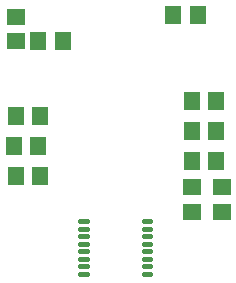
<source format=gtp>
G04 MADE WITH FRITZING*
G04 WWW.FRITZING.ORG*
G04 DOUBLE SIDED*
G04 HOLES PLATED*
G04 CONTOUR ON CENTER OF CONTOUR VECTOR*
%ASAXBY*%
%FSLAX23Y23*%
%MOIN*%
%OFA0B0*%
%SFA1.0B1.0*%
%ADD10R,0.055118X0.059055*%
%ADD11R,0.059055X0.055118*%
%ADD12C,0.016000*%
%LNPASTEMASK1*%
G90*
G70*
G54D10*
X830Y714D03*
X910Y714D03*
X830Y614D03*
X910Y614D03*
X830Y514D03*
X910Y514D03*
G54D11*
X830Y426D03*
X830Y345D03*
X930Y426D03*
X930Y345D03*
G54D10*
X317Y914D03*
X398Y914D03*
X767Y1001D03*
X848Y1001D03*
G54D11*
X242Y914D03*
X242Y994D03*
G54D10*
X242Y664D03*
X323Y664D03*
X317Y564D03*
X236Y564D03*
X242Y464D03*
X323Y464D03*
G54D12*
X690Y138D02*
X668Y138D01*
D02*
X690Y163D02*
X668Y163D01*
D02*
X690Y188D02*
X668Y188D01*
D02*
X690Y213D02*
X668Y213D01*
D02*
X690Y238D02*
X668Y238D01*
D02*
X690Y263D02*
X668Y263D01*
D02*
X690Y288D02*
X668Y288D01*
D02*
X690Y313D02*
X668Y313D01*
D02*
X478Y314D02*
X456Y314D01*
D02*
X478Y289D02*
X456Y289D01*
D02*
X478Y264D02*
X456Y264D01*
D02*
X478Y239D02*
X456Y239D01*
D02*
X478Y214D02*
X456Y214D01*
D02*
X478Y189D02*
X456Y189D01*
D02*
X478Y164D02*
X456Y164D01*
D02*
X478Y139D02*
X456Y139D01*
G04 End of PasteMask1*
M02*
</source>
